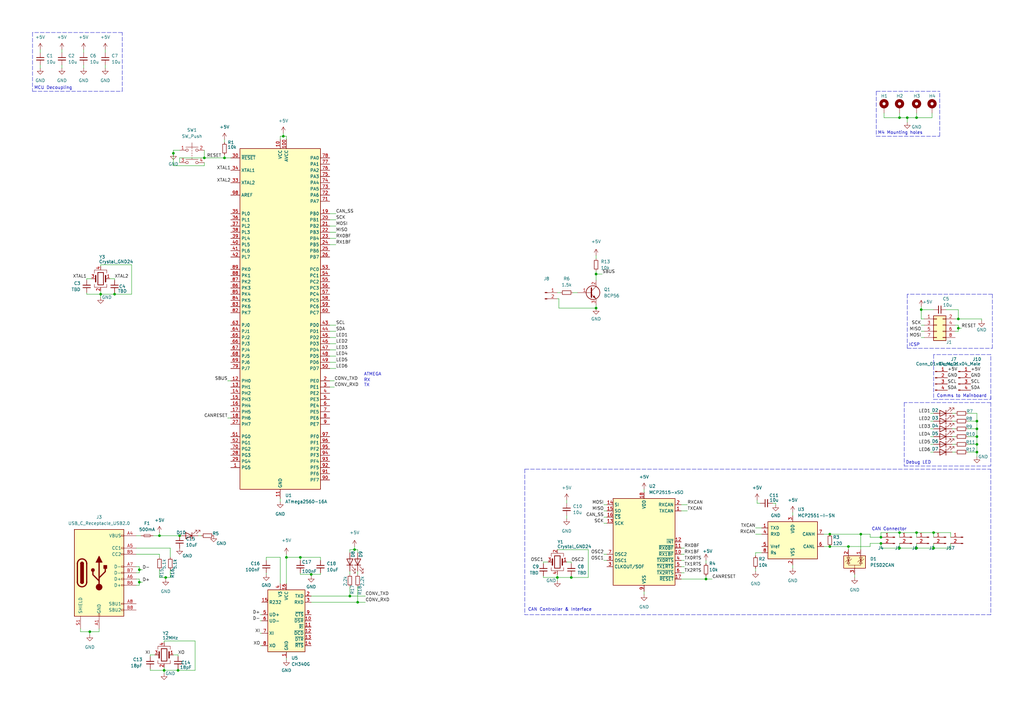
<source format=kicad_sch>
(kicad_sch (version 20211123) (generator eeschema)
  (paper "A3")
  (title_block (title "Oskar III Body") (date "2022-05-18") (rev "rev1") (company "SA Teaduskeskus AHHAA"))
  (junction (at 123.19 228.6))
  (junction (at 117.475 228.6))
  (junction (at 65.405 219.71))
  (junction (at 71.12 62.865))
  (junction (at 92.075 64.77))
  (junction (at 393.065 134.62))
  (junction (at 361.315 220.345))
  (junction (at 83.82 64.77))
  (junction (at 375.92 224.79))
  (junction (at 353.06 219.075))
  (junction (at 368.935 218.44))
  (junction (at 382.905 218.44))
  (junction (at 400.685 175.895))
  (junction (at 400.685 182.245))
  (junction (at 145.415 225.425))
  (junction (at 393.065 130.81))
  (junction (at 340.36 224.155))
  (junction (at 234.315 236.855))
  (junction (at 372.11 48.26))
  (junction (at 361.315 222.885))
  (junction (at 289.56 237.49))
  (junction (at 347.98 224.155))
  (junction (at 368.935 48.26))
  (junction (at 46.99 120.65))
  (junction (at 400.685 185.42))
  (junction (at 340.36 219.075))
  (junction (at 57.15 233.68))
  (junction (at 36.83 259.08))
  (junction (at 382.905 224.79))
  (junction (at 67.31 274.955))
  (junction (at 143.51 244.475))
  (junction (at 73.025 274.955))
  (junction (at 244.475 112.395))
  (junction (at 57.15 238.76))
  (junction (at 244.475 126.365))
  (junction (at 41.275 120.65))
  (junction (at 400.685 179.07))
  (junction (at 67.945 236.855))
  (junction (at 375.92 48.26))
  (junction (at 146.685 247.015))
  (junction (at 116.205 55.88))
  (junction (at 377.825 127))
  (junction (at 73.66 219.71))
  (junction (at 127.635 235.585))
  (junction (at 228.6 236.855))
  (junction (at 368.935 224.79))
  (junction (at 400.685 172.72))
  (junction (at 375.92 218.44))
  (polyline (pts (xy 406.4 163.83) (xy 406.4 145.415)))
  (wire (pts (xy 391.795 133.35) (xy 393.065 133.35)))
  (wire (pts (xy 135.255 87.63) (xy 137.795 87.63)))
  (wire (pts (xy 309.88 216.535) (xy 312.42 216.535)))
  (wire (pts (xy 375.92 224.79) (xy 375.92 222.885)))
  (wire (pts (xy 368.935 224.79) (xy 368.935 222.885)))
  (wire (pts (xy 309.88 219.075) (xy 312.42 219.075)))
  (wire (pts (xy 247.65 209.55) (xy 248.92 209.55)))
  (wire (pts (xy 16.51 26.67) (xy 16.51 27.94)))
  (wire (pts (xy 33.02 257.81) (xy 33.02 259.08)))
  (wire (pts (xy 55.88 219.71) (xy 57.785 219.71)))
  (wire (pts (xy 241.3 225.425) (xy 241.3 236.855)))
  (wire (pts (xy 393.065 127) (xy 393.065 130.81)))
  (wire (pts (xy 57.15 233.68) (xy 57.15 234.95)))
  (wire (pts (xy 109.22 234.95) (xy 109.22 235.585)))
  (wire (pts (xy 35.56 120.65) (xy 41.275 120.65)))
  (polyline (pts (xy 406.4 192.405) (xy 406.4 252.095)))
  (wire (pts (xy 57.15 238.76) (xy 57.15 240.03)))
  (wire (pts (xy 71.12 67.945) (xy 71.12 62.865)))
  (wire (pts (xy 289.56 237.49) (xy 292.1 237.49)))
  (wire (pts (xy 390.525 185.42) (xy 391.795 185.42)))
  (wire (pts (xy 80.01 262.89) (xy 80.01 274.955)))
  (wire (pts (xy 135.255 135.89) (xy 137.795 135.89)))
  (polyline (pts (xy 50.165 37.465) (xy 50.165 13.335)))
  (wire (pts (xy 234.315 230.505) (xy 234.315 231.14)))
  (wire (pts (xy 55.88 237.49) (xy 57.15 237.49)))
  (polyline (pts (xy 370.84 165.1) (xy 370.84 191.135)))
  (wire (pts (xy 400.685 182.245) (xy 400.685 185.42)))
  (wire (pts (xy 396.875 182.245) (xy 400.685 182.245)))
  (polyline (pts (xy 406.4 165.1) (xy 370.84 165.1)))
  (wire (pts (xy 279.4 209.55) (xy 281.94 209.55)))
  (wire (pts (xy 83.82 61.595) (xy 83.82 64.77)))
  (wire (pts (xy 135.255 100.33) (xy 137.795 100.33)))
  (polyline (pts (xy 370.84 191.135) (xy 406.4 191.135)))
  (wire (pts (xy 135.255 133.35) (xy 137.795 133.35)))
  (wire (pts (xy 55.88 227.33) (xy 65.405 227.33)))
  (wire (pts (xy 117.475 228.6) (xy 117.475 239.395)))
  (wire (pts (xy 135.255 146.05) (xy 137.795 146.05)))
  (wire (pts (xy 71.12 61.595) (xy 73.66 61.595)))
  (wire (pts (xy 222.885 231.14) (xy 222.885 230.505)))
  (wire (pts (xy 135.255 158.75) (xy 137.16 158.75)))
  (wire (pts (xy 361.95 222.885) (xy 361.315 222.885)))
  (wire (pts (xy 67.31 263.525) (xy 67.31 262.89)))
  (polyline (pts (xy 382.905 145.415) (xy 382.905 163.83)))
  (wire (pts (xy 222.885 236.22) (xy 222.885 236.855)))
  (wire (pts (xy 135.255 90.17) (xy 137.795 90.17)))
  (wire (pts (xy 127.635 235.585) (xy 127.635 236.22)))
  (wire (pts (xy 41.275 120.65) (xy 41.275 121.92)))
  (wire (pts (xy 92.075 57.15) (xy 92.075 58.42)))
  (wire (pts (xy 41.275 120.65) (xy 46.99 120.65)))
  (wire (pts (xy 368.935 218.44) (xy 375.92 218.44)))
  (wire (pts (xy 92.075 63.5) (xy 92.075 64.77)))
  (wire (pts (xy 289.56 229.87) (xy 289.56 231.14)))
  (wire (pts (xy 114.935 55.88) (xy 116.205 55.88)))
  (wire (pts (xy 375.92 218.44) (xy 375.92 220.345)))
  (wire (pts (xy 57.15 238.76) (xy 58.42 238.76)))
  (wire (pts (xy 368.935 218.44) (xy 368.935 220.345)))
  (wire (pts (xy 41.275 109.22) (xy 41.275 108.585)))
  (wire (pts (xy 131.445 235.585) (xy 131.445 234.95)))
  (wire (pts (xy 92.075 64.77) (xy 94.615 64.77)))
  (wire (pts (xy 146.685 225.425) (xy 146.685 226.695)))
  (polyline (pts (xy 50.165 13.335) (xy 13.335 13.335)))
  (polyline (pts (xy 406.4 162.56) (xy 406.4 163.83)))
  (wire (pts (xy 264.16 200.66) (xy 264.16 201.93)))
  (wire (pts (xy 244.475 112.395) (xy 247.015 112.395)))
  (wire (pts (xy 67.945 236.855) (xy 67.945 237.49)))
  (wire (pts (xy 400.685 179.07) (xy 400.685 182.245)))
  (polyline (pts (xy 215.265 192.405) (xy 406.4 192.405)))
  (wire (pts (xy 53.975 108.585) (xy 53.975 120.65)))
  (wire (pts (xy 347.98 224.155) (xy 347.98 225.425)))
  (wire (pts (xy 379.095 130.81) (xy 377.825 130.81)))
  (wire (pts (xy 34.29 26.67) (xy 34.29 27.94)))
  (wire (pts (xy 382.905 224.79) (xy 389.89 224.79)))
  (polyline (pts (xy 406.4 165.1) (xy 406.4 191.135)))
  (wire (pts (xy 356.87 224.155) (xy 356.87 222.885)))
  (wire (pts (xy 41.275 119.38) (xy 41.275 120.65)))
  (wire (pts (xy 244.475 104.775) (xy 244.475 106.045)))
  (wire (pts (xy 73.025 269.24) (xy 73.025 268.605)))
  (wire (pts (xy 393.065 130.81) (xy 402.59 130.81)))
  (wire (pts (xy 123.19 234.95) (xy 123.19 235.585)))
  (wire (pts (xy 135.255 97.79) (xy 137.795 97.79)))
  (wire (pts (xy 402.59 130.81) (xy 402.59 131.445)))
  (wire (pts (xy 63.5 268.605) (xy 61.595 268.605)))
  (polyline (pts (xy 359.41 37.465) (xy 359.41 55.88)))
  (wire (pts (xy 400.685 175.895) (xy 400.685 179.07)))
  (wire (pts (xy 65.405 218.44) (xy 65.405 219.71)))
  (wire (pts (xy 228.6 120.015) (xy 229.87 120.015)))
  (wire (pts (xy 279.4 207.01) (xy 281.94 207.01)))
  (wire (pts (xy 381.635 172.72) (xy 382.905 172.72)))
  (polyline (pts (xy 407.035 120.65) (xy 372.11 120.65)))
  (wire (pts (xy 222.885 236.855) (xy 228.6 236.855)))
  (wire (pts (xy 393.065 133.35) (xy 393.065 134.62)))
  (wire (pts (xy 316.865 206.375) (xy 318.135 206.375)))
  (wire (pts (xy 83.82 66.675) (xy 83.82 67.945)))
  (wire (pts (xy 337.82 224.155) (xy 340.36 224.155)))
  (wire (pts (xy 81.28 219.71) (xy 82.55 219.71)))
  (wire (pts (xy 325.12 210.185) (xy 325.12 211.455)))
  (polyline (pts (xy 13.335 37.465) (xy 50.165 37.465)))
  (wire (pts (xy 65.405 227.33) (xy 65.405 228.6)))
  (wire (pts (xy 229.235 122.555) (xy 229.235 126.365)))
  (polyline (pts (xy 13.335 13.335) (xy 13.335 37.465)))
  (polyline (pts (xy 406.4 145.415) (xy 382.905 145.415)))
  (wire (pts (xy 353.06 219.075) (xy 356.87 219.075)))
  (wire (pts (xy 279.4 232.41) (xy 280.67 232.41)))
  (wire (pts (xy 53.975 120.65) (xy 46.99 120.65)))
  (wire (pts (xy 73.66 64.77) (xy 83.82 64.77)))
  (wire (pts (xy 393.065 134.62) (xy 393.065 135.89)))
  (wire (pts (xy 234.95 120.015) (xy 236.855 120.015)))
  (wire (pts (xy 146.685 247.015) (xy 149.86 247.015)))
  (wire (pts (xy 228.6 236.855) (xy 228.6 238.125)))
  (wire (pts (xy 228.6 225.425) (xy 241.3 225.425)))
  (wire (pts (xy 93.345 171.45) (xy 94.615 171.45)))
  (wire (pts (xy 35.56 120.015) (xy 35.56 120.65)))
  (wire (pts (xy 400.685 169.545) (xy 400.685 172.72)))
  (wire (pts (xy 289.56 236.22) (xy 289.56 237.49)))
  (wire (pts (xy 222.885 230.505) (xy 224.79 230.505)))
  (wire (pts (xy 382.27 46.355) (xy 382.27 48.26)))
  (wire (pts (xy 241.3 236.855) (xy 234.315 236.855)))
  (polyline (pts (xy 359.41 37.465) (xy 385.445 37.465)))
  (wire (pts (xy 350.52 235.585) (xy 350.52 236.855)))
  (wire (pts (xy 244.475 125.095) (xy 244.475 126.365)))
  (wire (pts (xy 33.02 259.08) (xy 36.83 259.08)))
  (wire (pts (xy 232.41 230.505) (xy 234.315 230.505)))
  (wire (pts (xy 279.4 237.49) (xy 289.56 237.49)))
  (wire (pts (xy 393.065 135.89) (xy 391.795 135.89)))
  (wire (pts (xy 361.315 220.345) (xy 361.315 218.44)))
  (wire (pts (xy 390.525 175.895) (xy 391.795 175.895)))
  (wire (pts (xy 381.635 185.42) (xy 382.905 185.42)))
  (wire (pts (xy 390.525 169.545) (xy 391.795 169.545)))
  (wire (pts (xy 391.795 130.81) (xy 393.065 130.81)))
  (wire (pts (xy 73.66 66.675) (xy 73.66 64.77)))
  (wire (pts (xy 362.585 48.26) (xy 368.935 48.26)))
  (wire (pts (xy 368.935 224.79) (xy 375.92 224.79)))
  (wire (pts (xy 114.935 204.47) (xy 114.935 205.74)))
  (wire (pts (xy 381.635 179.07) (xy 382.905 179.07)))
  (wire (pts (xy 67.945 236.855) (xy 69.85 236.855)))
  (wire (pts (xy 73.025 274.955) (xy 73.025 274.32)))
  (wire (pts (xy 146.685 234.315) (xy 146.685 235.585)))
  (polyline (pts (xy 407.035 120.65) (xy 407.035 142.875)))
  (wire (pts (xy 116.205 55.88) (xy 117.475 55.88)))
  (wire (pts (xy 340.36 219.075) (xy 353.06 219.075)))
  (wire (pts (xy 83.82 64.77) (xy 92.075 64.77)))
  (wire (pts (xy 117.475 227.33) (xy 117.475 228.6)))
  (wire (pts (xy 65.405 236.855) (xy 67.945 236.855)))
  (wire (pts (xy 310.515 205.105) (xy 310.515 206.375)))
  (wire (pts (xy 67.31 262.89) (xy 80.01 262.89)))
  (wire (pts (xy 117.475 228.6) (xy 123.19 228.6)))
  (wire (pts (xy 390.525 179.07) (xy 391.795 179.07)))
  (wire (pts (xy 396.875 169.545) (xy 400.685 169.545)))
  (wire (pts (xy 55.88 232.41) (xy 57.15 232.41)))
  (wire (pts (xy 279.4 227.33) (xy 280.67 227.33)))
  (wire (pts (xy 117.475 269.875) (xy 117.475 270.51)))
  (wire (pts (xy 389.89 224.79) (xy 389.89 222.885)))
  (wire (pts (xy 247.65 212.09) (xy 248.92 212.09)))
  (wire (pts (xy 361.315 224.79) (xy 368.935 224.79)))
  (wire (pts (xy 318.135 206.375) (xy 318.135 207.01)))
  (wire (pts (xy 387.985 127) (xy 393.065 127)))
  (wire (pts (xy 396.875 175.895) (xy 400.685 175.895)))
  (wire (pts (xy 62.865 219.71) (xy 65.405 219.71)))
  (wire (pts (xy 117.475 55.88) (xy 117.475 57.15)))
  (wire (pts (xy 114.935 57.15) (xy 114.935 55.88)))
  (wire (pts (xy 279.4 234.95) (xy 280.67 234.95)))
  (wire (pts (xy 123.19 228.6) (xy 123.19 229.87)))
  (wire (pts (xy 67.31 273.685) (xy 67.31 274.955)))
  (wire (pts (xy 143.51 244.475) (xy 149.86 244.475)))
  (wire (pts (xy 375.92 48.26) (xy 382.27 48.26)))
  (wire (pts (xy 80.01 274.955) (xy 73.025 274.955)))
  (wire (pts (xy 143.51 240.665) (xy 143.51 244.475)))
  (wire (pts (xy 46.99 120.65) (xy 46.99 120.015)))
  (wire (pts (xy 34.29 20.32) (xy 34.29 21.59)))
  (wire (pts (xy 106.68 259.715) (xy 107.315 259.715)))
  (wire (pts (xy 309.88 226.695) (xy 309.88 227.965)))
  (wire (pts (xy 309.88 233.045) (xy 309.88 234.315)))
  (wire (pts (xy 375.92 224.79) (xy 382.905 224.79)))
  (wire (pts (xy 400.685 185.42) (xy 400.685 187.325)))
  (wire (pts (xy 143.51 225.425) (xy 145.415 225.425)))
  (wire (pts (xy 279.4 224.79) (xy 280.67 224.79)))
  (wire (pts (xy 127.635 247.015) (xy 146.685 247.015)))
  (wire (pts (xy 55.88 224.79) (xy 69.85 224.79)))
  (wire (pts (xy 69.85 224.79) (xy 69.85 228.6)))
  (wire (pts (xy 228.6 236.855) (xy 234.315 236.855)))
  (wire (pts (xy 37.465 114.3) (xy 35.56 114.3)))
  (wire (pts (xy 390.525 182.245) (xy 391.795 182.245)))
  (polyline (pts (xy 385.445 55.88) (xy 385.445 37.465)))
  (wire (pts (xy 40.64 259.08) (xy 40.64 257.81)))
  (wire (pts (xy 135.255 92.71) (xy 137.795 92.71)))
  (polyline (pts (xy 382.905 163.83) (xy 406.4 163.83)))
  (wire (pts (xy 127.635 235.585) (xy 131.445 235.585)))
  (wire (pts (xy 356.87 220.345) (xy 361.315 220.345)))
  (wire (pts (xy 61.595 268.605) (xy 61.595 269.24)))
  (wire (pts (xy 36.83 259.08) (xy 40.64 259.08)))
  (wire (pts (xy 368.935 46.355) (xy 368.935 48.26)))
  (wire (pts (xy 57.15 234.95) (xy 55.88 234.95)))
  (wire (pts (xy 393.065 134.62) (xy 394.335 134.62)))
  (wire (pts (xy 247.65 207.01) (xy 248.92 207.01)))
  (wire (pts (xy 389.89 218.44) (xy 389.89 220.345)))
  (wire (pts (xy 247.65 227.33) (xy 248.92 227.33)))
  (wire (pts (xy 337.82 219.075) (xy 340.36 219.075)))
  (wire (pts (xy 109.22 228.6) (xy 109.22 229.87)))
  (wire (pts (xy 347.98 224.155) (xy 356.87 224.155)))
  (polyline (pts (xy 406.4 252.095) (xy 215.265 252.095)))
  (wire (pts (xy 135.255 148.59) (xy 137.795 148.59)))
  (wire (pts (xy 340.36 224.155) (xy 347.98 224.155)))
  (wire (pts (xy 67.31 274.955) (xy 67.31 276.225)))
  (wire (pts (xy 57.15 233.68) (xy 58.42 233.68)))
  (wire (pts (xy 135.255 138.43) (xy 137.795 138.43)))
  (wire (pts (xy 377.825 125.73) (xy 377.825 127)))
  (wire (pts (xy 361.95 220.345) (xy 361.315 220.345)))
  (wire (pts (xy 123.19 228.6) (xy 131.445 228.6)))
  (wire (pts (xy 228.6 235.585) (xy 228.6 236.855)))
  (wire (pts (xy 143.51 234.315) (xy 143.51 235.585)))
  (wire (pts (xy 377.825 138.43) (xy 379.095 138.43)))
  (wire (pts (xy 106.68 254.635) (xy 107.315 254.635)))
  (wire (pts (xy 57.15 232.41) (xy 57.15 233.68)))
  (wire (pts (xy 41.275 108.585) (xy 53.975 108.585)))
  (polyline (pts (xy 372.11 142.875) (xy 407.035 142.875)))
  (wire (pts (xy 279.4 229.87) (xy 280.67 229.87)))
  (wire (pts (xy 145.415 225.425) (xy 146.685 225.425)))
  (wire (pts (xy 114.935 228.6) (xy 109.22 228.6)))
  (wire (pts (xy 106.68 252.095) (xy 107.315 252.095)))
  (polyline (pts (xy 372.11 120.65) (xy 372.11 142.875)))
  (wire (pts (xy 377.825 127) (xy 377.825 130.81)))
  (wire (pts (xy 61.595 274.955) (xy 67.31 274.955)))
  (wire (pts (xy 377.825 133.35) (xy 379.095 133.35)))
  (wire (pts (xy 36.83 259.08) (xy 36.83 260.35)))
  (wire (pts (xy 310.515 206.375) (xy 311.785 206.375)))
  (wire (pts (xy 114.935 228.6) (xy 114.935 239.395)))
  (wire (pts (xy 71.12 61.595) (xy 71.12 62.865)))
  (wire (pts (xy 368.935 48.26) (xy 372.11 48.26)))
  (wire (pts (xy 325.12 231.775) (xy 325.12 233.045)))
  (wire (pts (xy 25.4 26.67) (xy 25.4 27.94)))
  (wire (pts (xy 382.905 218.44) (xy 382.905 220.345)))
  (wire (pts (xy 106.68 264.795) (xy 107.315 264.795)))
  (wire (pts (xy 382.905 127) (xy 377.825 127)))
  (wire (pts (xy 46.99 114.935) (xy 46.99 114.3)))
  (wire (pts (xy 362.585 46.355) (xy 362.585 48.26)))
  (wire (pts (xy 135.255 140.97) (xy 137.795 140.97)))
  (wire (pts (xy 400.685 172.72) (xy 400.685 175.895)))
  (wire (pts (xy 61.595 274.32) (xy 61.595 274.955)))
  (wire (pts (xy 43.18 26.67) (xy 43.18 27.94)))
  (wire (pts (xy 131.445 228.6) (xy 131.445 229.87)))
  (wire (pts (xy 232.41 211.455) (xy 232.41 212.725)))
  (wire (pts (xy 372.11 48.26) (xy 372.11 50.165)))
  (wire (pts (xy 69.85 236.855) (xy 69.85 233.68)))
  (wire (pts (xy 83.82 67.945) (xy 71.12 67.945)))
  (wire (pts (xy 381.635 175.895) (xy 382.905 175.895)))
  (wire (pts (xy 247.65 214.63) (xy 248.92 214.63)))
  (wire (pts (xy 57.15 240.03) (xy 55.88 240.03)))
  (wire (pts (xy 356.87 222.885) (xy 361.315 222.885)))
  (wire (pts (xy 65.405 233.68) (xy 65.405 236.855)))
  (polyline (pts (xy 215.265 192.405) (xy 215.265 252.095)))
  (polyline (pts (xy 359.41 55.88) (xy 385.445 55.88)))
  (wire (pts (xy 396.875 185.42) (xy 400.685 185.42)))
  (wire (pts (xy 67.31 274.955) (xy 73.025 274.955)))
  (wire (pts (xy 381.635 182.245) (xy 382.905 182.245)))
  (wire (pts (xy 43.18 20.32) (xy 43.18 21.59)))
  (wire (pts (xy 145.415 224.155) (xy 145.415 225.425)))
  (wire (pts (xy 229.235 126.365) (xy 244.475 126.365)))
  (wire (pts (xy 135.255 143.51) (xy 137.795 143.51)))
  (wire (pts (xy 361.315 222.885) (xy 361.315 224.79)))
  (wire (pts (xy 361.315 218.44) (xy 368.935 218.44)))
  (wire (pts (xy 65.405 219.71) (xy 73.66 219.71)))
  (wire (pts (xy 396.875 172.72) (xy 400.685 172.72)))
  (wire (pts (xy 353.06 219.075) (xy 353.06 225.425)))
  (wire (pts (xy 312.42 226.695) (xy 309.88 226.695)))
  (wire (pts (xy 116.205 54.61) (xy 116.205 55.88)))
  (wire (pts (xy 71.12 268.605) (xy 73.025 268.605)))
  (wire (pts (xy 228.6 122.555) (xy 229.235 122.555)))
  (wire (pts (xy 35.56 114.3) (xy 35.56 114.935)))
  (wire (pts (xy 382.905 218.44) (xy 389.89 218.44)))
  (wire (pts (xy 135.255 151.13) (xy 137.795 151.13)))
  (wire (pts (xy 25.4 20.32) (xy 25.4 21.59)))
  (wire (pts (xy 377.825 135.89) (xy 379.095 135.89)))
  (wire (pts (xy 244.475 112.395) (xy 244.475 114.935)))
  (wire (pts (xy 16.51 20.32) (xy 16.51 21.59)))
  (wire (pts (xy 57.15 237.49) (xy 57.15 238.76)))
  (wire (pts (xy 127.635 244.475) (xy 143.51 244.475)))
  (wire (pts (xy 390.525 172.72) (xy 391.795 172.72)))
  (wire (pts (xy 135.255 95.25) (xy 137.795 95.25)))
  (wire (pts (xy 123.19 235.585) (xy 127.635 235.585)))
  (wire (pts (xy 143.51 226.695) (xy 143.51 225.425)))
  (wire (pts (xy 375.92 218.44) (xy 382.905 218.44)))
  (wire (pts (xy 232.41 205.105) (xy 232.41 206.375)))
  (wire (pts (xy 244.475 111.125) (xy 244.475 112.395)))
  (wire (pts (xy 93.345 156.21) (xy 94.615 156.21)))
  (wire (pts (xy 234.315 236.855) (xy 234.315 236.22)))
  (wire (pts (xy 264.16 242.57) (xy 264.16 243.84)))
  (wire (pts (xy 45.085 114.3) (xy 46.99 114.3)))
  (wire (pts (xy 135.255 156.21) (xy 137.16 156.21)))
  (wire (pts (xy 396.875 179.07) (xy 400.685 179.07)))
  (wire (pts (xy 381.635 169.545) (xy 382.905 169.545)))
  (wire (pts (xy 146.685 240.665) (xy 146.685 247.015)))
  (wire (pts (xy 382.905 224.79) (xy 382.905 222.885)))
  (wire (pts (xy 372.11 48.26) (xy 375.92 48.26)))
  (wire (pts (xy 356.87 219.075) (xy 356.87 220.345)))
  (wire (pts (xy 375.92 46.355) (xy 375.92 48.26)))
  (wire (pts (xy 247.65 229.87) (xy 248.92 229.87)))
  (text "ICSP" (at 372.745 142.24 0) (effects (font (size 1.27 1.27)) (justify left bottom)))
  (text "CAN Controller & Interface" (at 216.535 250.825 0) (effects (font (size 1.27 1.27)) (justify left bottom)))
  (text "ATMEGA" (at 149.225 154.305 0) (effects (font (size 1.27 1.27)) (justify left bottom)))
  (text "RX\nTX" (at 149.225 158.75 0) (effects (font (size 1.27 1.27)) (justify left bottom)))
  (text "MCU Decoupling" (at 13.97 36.83 0) (effects (font (size 1.27 1.27)) (justify left bottom)))
  (text "Comms to Mainboard" (at 384.175 163.195 0) (effects (font (size 1.27 1.27)) (justify left bottom)))
  (text "Debug LED" (at 371.475 190.5 0) (effects (font (size 1.27 1.27)) (justify left bottom)))
  (text "M4 Mounting holes" (at 360.045 55.245 0) (effects (font (size 1.27 1.27)) (justify left bottom)))
  (text "CAN Connector" (at 357.505 217.805 0) (effects (font (size 1.27 1.27)) (justify left bottom)))
  (label "OSC2" (at 247.65 227.33 180))
  (label "D-" (at 106.68 254.635 180))
  (label "LED6" (at 381.635 185.42 180))
  (label "GND" (at 398.145 154.94 0))
  (label "D+" (at 58.42 238.76 0))
  (label "XTAL2" (at 94.615 74.93 180))
  (label "SCK" (at 377.825 133.35 180))
  (label "LED3" (at 137.795 143.51 0))
  (label "CONV_TXD" (at 149.86 244.475 0))
  (label "SBUS" (at 247.015 112.395 0))
  (label "XI" (at 106.68 259.715 180))
  (label "TXCAN" (at 281.94 209.55 0))
  (label "XTAL2" (at 46.99 114.3 0))
  (label "RESET" (at 90.805 64.77 180))
  (label "SBUS" (at 93.345 156.21 180))
  (label "TX2RTS" (at 280.67 234.95 0))
  (label "LED1" (at 137.795 138.43 0))
  (label "CAN_SS" (at 137.795 87.63 0))
  (label "XI" (at 61.595 268.605 180))
  (label "XO" (at 73.025 268.605 0))
  (label "XTAL1" (at 94.615 69.85 180))
  (label "RXCAN" (at 281.94 207.01 0))
  (label "+5V" (at 388.62 152.4 0))
  (label "CONV_TXD" (at 137.16 156.21 0))
  (label "MISO" (at 247.65 209.55 180))
  (label "TX0RTS" (at 280.67 229.87 0))
  (label "LED4" (at 137.795 146.05 0))
  (label "LED1" (at 381.635 169.545 180))
  (label "SCK" (at 247.65 214.63 180))
  (label "TX1RTS" (at 280.67 232.41 0))
  (label "MISO" (at 377.825 135.89 180))
  (label "D+" (at 106.68 252.095 180))
  (label "RX1BF" (at 280.67 227.33 0))
  (label "MOSI" (at 377.825 138.43 180))
  (label "SCL" (at 388.62 157.48 0))
  (label "CAN_SS" (at 247.65 212.09 180))
  (label "LED4" (at 381.635 179.07 180))
  (label "SCL" (at 398.145 157.48 0))
  (label "XO" (at 106.68 264.795 180))
  (label "RX0BF" (at 137.795 97.79 0))
  (label "SCL" (at 137.795 133.35 0))
  (label "D-" (at 58.42 233.68 0))
  (label "OSC2" (at 234.315 230.505 0))
  (label "SDA" (at 137.795 135.89 0))
  (label "RXCAN" (at 309.88 219.075 180))
  (label "LED5" (at 137.795 148.59 0))
  (label "LED3" (at 381.635 175.895 180))
  (label "RX0BF" (at 280.67 224.79 0))
  (label "CANRESET" (at 93.345 171.45 180))
  (label "LED5" (at 381.635 182.245 180))
  (label "TXCAN" (at 309.88 216.535 180))
  (label "GND" (at 388.62 154.94 0))
  (label "MOSI" (at 137.795 92.71 0))
  (label "OSC1" (at 222.885 230.505 180))
  (label "LED2" (at 381.635 172.72 180))
  (label "LED2" (at 137.795 140.97 0))
  (label "SDA" (at 398.145 160.02 0))
  (label "RESET" (at 394.335 134.62 0))
  (label "MISO" (at 137.795 95.25 0))
  (label "MOSI" (at 247.65 207.01 180))
  (label "OSC1" (at 247.65 229.87 180))
  (label "SDA" (at 388.62 160.02 0))
  (label "XTAL1" (at 35.56 114.3 180))
  (label "LED6" (at 137.795 151.13 0))
  (label "SCK" (at 137.795 90.17 0))
  (label "CONV_RXD" (at 149.86 247.015 0))
  (label "CANRESET" (at 292.1 237.49 0))
  (label "RX1BF" (at 137.795 100.33 0))
  (label "+5V" (at 398.145 152.4 0))
  (label "CONV_RXD" (at 137.16 158.75 0))
  (symbol (lib_id "power:GND") (at 25.4 27.94 0) (unit 1)
    (property "Reference" "#PWR0107" (effects hide))
    (property "Value" "GND" (at 25.4 33.02 0))
  )
  (symbol (lib_id "power:GND") (at 127.635 236.22 0) (unit 1)
    (property "Reference" "#PWR0135" (effects hide))
    (property "Value" "GND" (at 127.635 240.665 0))
  )
  (symbol (lib_id "power:GND") (at 87.63 219.71 0) (unit 1)
    (property "Reference" "#PWR0113" (effects hide))
    (property "Value" "GND" (at 90.805 222.885 0))
  )
  (symbol (lib_id "power:GND") (at 16.51 27.94 0) (unit 1)
    (property "Reference" "#PWR0106" (effects hide))
    (property "Value" "GND" (at 16.51 33.02 0))
  )
  (symbol (lib_id "power:GND") (at 117.475 270.51 0) (unit 1)
    (property "Reference" "#PWR0133" (effects hide))
    (property "Value" "GND" (at 117.475 274.955 0))
  )
  (symbol (lib_id "power:+5V") (at 117.475 227.33 0) (unit 1)
    (property "Reference" "#PWR0130" (effects hide))
    (property "Value" "+5V" (at 117.475 221.615 0))
  )
  (symbol (lib_id "Device:R_Small") (at 143.51 238.125 180) (unit 1)
    (property "Reference" "R17" (at 144.526 239.903 90) (effects (justify left)))
    (property "Value" "2.2k" (at 141.605 236.22 90) (effects (justify left)))
    (property "Footprint" "Resistor_SMD:R_0603_1608Metric" (effects hide))
  )
  (symbol (lib_id "power:GND") (at 318.135 207.01 0) (unit 1)
    (property "Reference" "#PWR0123" (effects hide))
    (property "Value" "GND" (at 318.135 211.455 0))
  )
  (symbol (lib_id "power:GND") (at 67.945 237.49 0) (unit 1)
    (property "Reference" "#PWR0127" (effects hide))
    (property "Value" "GND" (at 67.945 242.57 0))
  )
  (symbol (lib_id "power:GND") (at 372.11 50.165 0) (unit 1)
    (property "Reference" "#PWR0150" (effects hide))
    (property "Value" "GND" (at 375.92 52.07 0))
  )
  (symbol (lib_id "Device:LED") (at 146.685 230.505 90) (unit 1)
    (property "Reference" "D9" (at 147.955 227.33 0))
    (property "Value" "LED" (effects hide))
    (property "Footprint" "LED_SMD:LED_0603_1608Metric" (effects hide))
  )
  (symbol (lib_id "power:+5V") (at 264.16 200.66 0) (unit 1)
    (property "Reference" "#PWR0118" (effects hide))
    (property "Value" "+5V" (at 264.16 195.58 0))
  )
  (symbol (lib_id "Device:C_Small") (at 385.445 127 270) (unit 1)
    (property "Reference" "C5" (at 387.985 122.555 90))
    (property "Value" "10u" (at 388.62 125.095 90))
    (property "Footprint" "Capacitor_SMD:C_0603_1608Metric" (effects hide))
  )
  (symbol (lib_id "Device:LED") (at 386.715 175.895 180) (unit 1)
    (property "Reference" "D4" (at 383.54 174.625 0))
    (property "Value" "LED" (effects hide))
    (property "Footprint" "LED_SMD:LED_0603_1608Metric" (effects hide))
  )
  (symbol (lib_id "Connector:Conn_01x04_Male") (at 383.54 154.94 0) (unit 1)
    (property "Reference" "J7" (at 391.16 147.32 0))
    (property "Value" "Conn_01x04_Male" (at 384.175 149.225 0))
    (property "Footprint" "Connector_Molex:Molex_KK-254_AE-6410-04A_1x04_P2.54mm_Vertical" (effects hide))
  )
  (symbol (lib_id "power:GND") (at 228.6 238.125 0) (unit 1)
    (property "Reference" "#PWR0137" (effects hide))
    (property "Value" "GND" (at 226.06 238.125 0))
  )
  (symbol (lib_id "Device:R_Small") (at 69.85 231.14 180) (unit 1)
    (property "Reference" "R16" (at 70.739 233.172 90) (effects (justify left)))
    (property "Value" "5.1k" (at 71.755 229.235 90) (effects (justify left)))
    (property "Footprint" "Resistor_SMD:R_0603_1608Metric" (effects hide))
  )
  (symbol (lib_id "power:GND") (at 73.66 224.79 0) (unit 1)
    (property "Reference" "#PWR0129" (effects hide))
    (property "Value" "GND" (at 76.835 227.965 0))
  )
  (symbol (lib_id "Device:C_Small") (at 222.885 233.68 0) (unit 1)
    (property "Reference" "C9" (at 219.71 232.41 0))
    (property "Value" "TBD" (at 219.075 234.95 0))
    (property "Footprint" "Capacitor_SMD:C_0603_1608Metric" (effects hide))
  )
  (symbol (lib_id "Connector:Conn_01x02_Male") (at 374.015 220.345 0) (mirror y) (unit 1)
    (property "Reference" "J5" (at 367.03 224.79 0) (effects (justify right)))
    (property "Value" "Conn_01x02_Male" (effects hide))
    (property "Footprint" "Connector_Molex:Molex_KK-254_AE-6410-02A_1x02_P2.54mm_Vertical" (effects hide))
  )
  (symbol (lib_id "power:+5V") (at 145.415 224.155 0) (unit 1)
    (property "Reference" "#PWR0131" (effects hide))
    (property "Value" "+5V" (at 145.415 218.44 0))
  )
  (symbol (lib_id "Interface_USB:CH340G") (at 117.475 254.635 0) (unit 1)
    (property "Reference" "U5" (at 119.4944 269.875 0) (effects (justify left)))
    (property "Value" "CH340G" (at 119.4944 272.415 0) (effects (justify left)))
    (property "Footprint" "Package_SO:SOIC-16_3.9x9.9mm_P1.27mm" (effects hide))
    (property "Datasheet" "http://www.datasheet5.com/pdf-local-2195953" (effects hide))
  )
  (symbol (lib_id "power:GND") (at 36.83 260.35 0) (unit 1)
    (property "Reference" "#PWR0138" (effects hide))
    (property "Value" "GND" (at 36.83 265.43 0))
  )
  (symbol (lib_id "power:+5V") (at 289.56 229.87 0) (unit 1)
    (property "Reference" "#PWR0126" (effects hide))
    (property "Value" "+5V" (at 290.195 226.06 0))
  )
  (symbol (lib_id "Device:C_Small") (at 109.22 232.41 0) (mirror x) (unit 1)
    (property "Reference" "C16" (at 106.68 231.1335 0) (effects (justify right)))
    (property "Value" "100nF" (at 106.68 233.6735 0) (effects (justify right)))
    (property "Footprint" "Capacitor_SMD:C_0603_1608Metric" (effects hide))
  )
  (symbol (lib_id "Device:LED") (at 386.715 185.42 180) (unit 1)
    (property "Reference" "D7" (at 383.54 184.15 0))
    (property "Value" "LED" (effects hide))
    (property "Footprint" "LED_SMD:LED_0603_1608Metric" (effects hide))
  )
  (symbol (lib_id "power:+5V") (at 16.51 20.32 0) (unit 1)
    (property "Reference" "#PWR0109" (effects hide))
    (property "Value" "+5V" (at 16.51 15.24 0))
  )
  (symbol (lib_id "Connector:Conn_01x02_Male") (at 381 220.345 0) (mirror y) (unit 1)
    (property "Reference" "J6" (at 374.015 224.79 0) (effects (justify right)))
    (property "Value" "Conn_01x02_Male" (effects hide))
    (property "Footprint" "Connector_Molex:Molex_KK-254_AE-6410-02A_1x02_P2.54mm_Vertical" (effects hide))
  )
  (symbol (lib_id "Device:R_Small") (at 394.335 185.42 270) (unit 1)
    (property "Reference" "R12" (at 396.113 184.404 90) (effects (justify left)))
    (property "Value" "tbd" (effects hide))
    (property "Footprint" "Resistor_SMD:R_0603_1608Metric" (effects hide))
  )
  (symbol (lib_id "Device:C_Small") (at 131.445 232.41 0) (unit 1)
    (property "Reference" "C18" (at 133.985 231.1462 0) (effects (justify left)))
    (property "Value" "10uF" (at 133.985 233.6862 0) (effects (justify left)))
    (property "Footprint" "Capacitor_SMD:C_0603_1608Metric" (effects hide))
  )
  (symbol (lib_id "Device:R_Small") (at 340.36 221.615 0) (unit 1)
    (property "Reference" "R3" (at 341.63 220.345 0) (effects (justify left)))
    (property "Value" "120" (at 341.63 222.885 0) (effects (justify left)))
    (property "Footprint" "Resistor_SMD:R_0603_1608Metric" (effects hide))
  )
  (symbol (lib_id "Device:C_Small") (at 35.56 117.475 0) (mirror x) (unit 1)
    (property "Reference" "C3" (at 33.02 116.1985 0) (effects (justify right)))
    (property "Value" "TBD" (at 33.02 118.7385 0) (effects (justify right)))
    (property "Footprint" "Capacitor_SMD:C_0603_1608Metric" (effects hide))
  )
  (symbol (lib_id "Device:C_Small") (at 73.66 222.25 0) (unit 1)
    (property "Reference" "C15" (at 76.2 220.9862 0) (effects (justify left)))
    (property "Value" "10uF" (at 76.2 223.5262 0) (effects (justify left)))
    (property "Footprint" "Capacitor_SMD:C_0603_1608Metric" (effects hide))
  )
  (symbol (lib_id "Mechanical:MountingHole_Pad") (at 382.27 43.815 0) (unit 1)
    (property "Reference" "H4" (at 381 39.37 0) (effects (justify left)))
    (property "Value" "MountingHole_Pad" (effects hide))
    (property "Footprint" "MountingHole:MountingHole_4.3mm_M4_DIN965_Pad_TopBottom" (effects hide))
  )
  (symbol (lib_id "Interface_CAN_LIN:MCP2515-xSO") (at 264.16 222.25 0) (unit 1)
    (property "Reference" "U2" (at 266.1794 199.39 0) (effects (justify left)))
    (property "Value" "MCP2515-xSO" (at 266.1794 201.93 0) (effects (justify left)))
    (property "Footprint" "Package_SO:SOIC-18W_7.5x11.6mm_P1.27mm" (effects hide))
    (property "Datasheet" "http://ww1.microchip.com/downloads/en/DeviceDoc/21801e.pdf" (effects hide))
  )
  (symbol (lib_id "power:GND") (at 114.935 205.74 0) (unit 1)
    (property "Reference" "#PWR0102" (effects hide))
    (property "Value" "GND" (at 114.935 210.82 0))
  )
  (symbol (lib_id "power:GND") (at 34.29 27.94 0) (unit 1)
    (property "Reference" "#PWR0116" (effects hide))
    (property "Value" "GND" (at 34.29 33.02 0))
  )
  (symbol (lib_id "Connector_Generic:Conn_02x04_Odd_Even") (at 384.175 133.35 0) (unit 1)
    (property "Reference" "J1" (at 389.255 140.335 0))
    (property "Value" "PROG" (effects hide))
    (property "Footprint" "Connector_PinHeader_2.54mm:PinHeader_2x04_P2.54mm_Vertical" (effects hide))
  )
  (symbol (lib_id "Device:C_Small") (at 61.595 271.78 0) (mirror x) (unit 1)
    (property "Reference" "C13" (at 58.42 270.5035 0) (effects (justify right)))
    (property "Value" "18pF" (at 58.42 273.0435 0) (effects (justify right)))
    (property "Footprint" "Capacitor_SMD:C_0603_1608Metric" (effects hide))
  )
  (symbol (lib_id "power:+5V") (at 116.205 54.61 0) (unit 1)
    (property "Reference" "#PWR0101" (effects hide))
    (property "Value" "+5V" (at 116.205 49.53 0))
  )
  (symbol (lib_id "power:GND") (at 325.12 233.045 0) (unit 1)
    (property "Reference" "#PWR0121" (effects hide))
    (property "Value" "GND" (at 325.12 238.125 0))
  )
  (symbol (lib_id "Device:R_Small") (at 309.88 230.505 0) (unit 1)
    (property "Reference" "R2" (at 311.15 229.235 0) (effects (justify left)))
    (property "Value" "10k" (at 311.15 231.775 0) (effects (justify left)))
    (property "Footprint" "Resistor_SMD:R_0603_1608Metric" (effects hide))
  )
  (symbol (lib_id "power:GND") (at 43.18 27.94 0) (unit 1)
    (property "Reference" "#PWR0117" (effects hide))
    (property "Value" "GND" (at 43.18 33.02 0))
  )
  (symbol (lib_id "Device:Crystal_GND24") (at 41.275 114.3 180) (unit 1)
    (property "Reference" "Y3" (at 41.91 105.41 0))
    (property "Value" "Crystal_GND24" (at 47.625 107.315 0))
    (property "Footprint" "Crystal:Crystal_SMD_Abracon_ABM8G-4Pin_3.2x2.5mm" (effects hide))
  )
  (symbol (lib_id "Power_Protection:NUP2105L") (at 350.52 230.505 0) (mirror y) (unit 1)
    (property "Reference" "D1" (at 356.87 229.2349 0) (effects (justify right)))
    (property "Value" "PESD2CAN" (at 356.87 231.7749 0) (effects (justify right)))
    (property "Footprint" "Package_TO_SOT_SMD:SOT-23" (effects hide))
    (property "Datasheet" "http://www.onsemi.com/pub_link/Collateral/NUP2105L-D.PDF" (effects hide))
  )
  (symbol (lib_id "power:+5V") (at 65.405 218.44 0) (unit 1)
    (property "Reference" "#PWR0128" (effects hide))
    (property "Value" "+5V" (at 65.405 213.36 0))
  )
  (symbol (lib_id "Mechanical:MountingHole_Pad") (at 362.585 43.815 0) (unit 1)
    (property "Reference" "H1" (at 361.315 39.37 0) (effects (justify left)))
    (property "Value" "MountingHole_Pad" (effects hide))
    (property "Footprint" "MountingHole:MountingHole_4.3mm_M4_DIN965_Pad_TopBottom" (effects hide))
  )
  (symbol (lib_id "Device:LED") (at 386.715 172.72 180) (unit 1)
    (property "Reference" "D3" (at 383.54 171.45 0))
    (property "Value" "LED" (effects hide))
    (property "Footprint" "LED_SMD:LED_0603_1608Metric" (effects hide))
  )
  (symbol (lib_id "Device:R_Small") (at 394.335 182.245 270) (unit 1)
    (property "Reference" "R11" (at 396.113 181.356 90) (effects (justify left)))
    (property "Value" "tbd" (effects hide))
    (property "Footprint" "Resistor_SMD:R_0603_1608Metric" (effects hide))
  )
  (symbol (lib_id "Connector:Conn_01x02_Male") (at 367.03 220.345 0) (mirror y) (unit 1)
    (property "Reference" "J4" (at 360.045 224.79 0) (effects (justify right)))
    (property "Value" "Conn_01x02_Male" (effects hide))
    (property "Footprint" "Connector_Molex:Molex_KK-254_AE-6410-02A_1x02_P2.54mm_Vertical" (effects hide))
  )
  (symbol (lib_id "Device:C_Small") (at 123.19 232.41 0) (unit 1)
    (property "Reference" "C17" (at 123.825 230.505 0) (effects (justify left)))
    (property "Value" "100nF" (at 123.825 234.315 0) (effects (justify left)))
    (property "Footprint" "Capacitor_SMD:C_0603_1608Metric" (effects hide))
  )
  (symbol (lib_id "power:+5V") (at 25.4 20.32 0) (unit 1)
    (property "Reference" "#PWR0110" (effects hide))
    (property "Value" "+5V" (at 25.4 15.24 0))
  )
  (symbol (lib_id "Device:C_Small") (at 73.025 271.78 0) (unit 1)
    (property "Reference" "C14" (at 76.2 271.78 0))
    (property "Value" "18pF" (at 76.2 273.685 0))
    (property "Footprint" "Capacitor_SMD:C_0603_1608Metric" (effects hide))
  )
  (symbol (lib_id "power:+5V") (at 325.12 210.185 0) (unit 1)
    (property "Reference" "#PWR0125" (effects hide))
    (property "Value" "+5V" (at 325.12 205.105 0))
  )
  (symbol (lib_id "Device:R_Small") (at 244.475 108.585 0) (unit 1)
    (property "Reference" "R13" (at 246.38 107.3149 0) (effects (justify left)))
    (property "Value" "10k" (at 246.38 109.8549 0) (effects (justify left)))
    (property "Footprint" "Resistor_SMD:R_0603_1608Metric" (effects hide))
  )
  (symbol (lib_id "Device:R_Small") (at 92.075 60.96 0) (unit 1)
    (property "Reference" "R1" (at 93.345 58.42 0) (effects (justify left)))
    (property "Value" "10k" (at 93.345 60.325 0) (effects (justify left)))
    (property "Footprint" "Resistor_SMD:R_0603_1608Metric" (effects hide))
  )
  (symbol (lib_id "Device:LED") (at 77.47 219.71 180) (unit 1)
    (property "Reference" "D10" (at 74.295 218.44 0))
    (property "Value" "LED" (effects hide))
    (property "Footprint" "LED_SMD:LED_0603_1608Metric" (effects hide))
  )
  (symbol (lib_id "power:GND") (at 109.22 235.585 0) (mirror y) (unit 1)
    (property "Reference" "#PWR0134" (effects hide))
    (property "Value" "GND" (at 109.22 240.03 0))
  )
  (symbol (lib_id "Connector:Conn_01x02_Male") (at 387.985 220.345 0) (mirror y) (unit 1)
    (property "Reference" "J2" (at 381 224.79 0) (effects (justify right)))
    (property "Value" "Conn_01x02_Male" (effects hide))
    (property "Footprint" "Connector_Molex:Molex_KK-254_AE-6410-02A_1x02_P2.54mm_Vertical" (effects hide))
  )
  (symbol (lib_id "Interface_CAN_LIN:MCP2551-I-SN") (at 325.12 221.615 0) (unit 1)
    (property "Reference" "U3" (at 327.1394 208.915 0) (effects (justify left)))
    (property "Value" "MCP2551-I-SN" (at 327.1394 211.455 0) (effects (justify left)))
    (property "Footprint" "Package_SO:SOIC-8_3.9x4.9mm_P1.27mm" (effects hide))
    (property "Datasheet" "http://ww1.microchip.com/downloads/en/devicedoc/21667d.pdf" (effects hide))
  )
  (symbol (lib_id "power:GND") (at 71.12 62.865 0) (unit 1)
    (property "Reference" "#PWR0105" (effects hide))
    (property "Value" "GND" (at 71.12 67.31 0))
  )
  (symbol (lib_id "power:+5V") (at 377.825 125.73 0) (unit 1)
    (property "Reference" "#PWR0103" (effects hide))
    (property "Value" "+5V" (at 380.365 123.825 0))
  )
  (symbol (lib_id "Device:R_Small") (at 232.41 120.015 90) (unit 1)
    (property "Reference" "R6" (at 232.41 114.3 90))
    (property "Value" "1.5k" (at 232.41 116.84 90))
    (property "Footprint" "Resistor_SMD:R_0603_1608Metric" (effects hide))
  )
  (symbol (lib_id "MCU_Microchip_ATmega:ATmega2560-16A") (at 114.935 130.81 0) (unit 1)
    (property "Reference" "U1" (at 116.9544 203.2 0) (effects (justify left)))
    (property "Value" "ATmega2560-16A" (at 116.9544 205.74 0) (effects (justify left)))
    (property "Footprint" "Package_QFP:TQFP-100_14x14mm_P0.5mm" (effects hide))
    (property "Datasheet" "http://ww1.microchip.com/downloads/en/DeviceDoc/Atmel-2549-8-bit-AVR-Microcontroller-ATmega640-1280-1281-2560-2561_datasheet.pdf" (effects hide))
  )
  (symbol (lib_id "Mechanical:MountingHole_Pad") (at 368.935 43.815 0) (unit 1)
    (property "Reference" "H2" (at 367.665 39.37 0) (effects (justify left)))
    (property "Value" "MountingHole_Pad" (effects hide))
    (property "Footprint" "MountingHole:MountingHole_4.3mm_M4_DIN965_Pad_TopBottom" (effects hide))
  )
  (symbol (lib_id "Connector:Conn_01x02_Male") (at 394.97 220.345 0) (mirror y) (unit 1)
    (property "Reference" "J57" (at 387.985 224.79 0) (effects (justify right)))
    (property "Value" "Conn_01x02_Male" (effects hide))
    (property "Footprint" "Connector_Molex:Molex_KK-254_AE-6410-02A_1x02_P2.54mm_Vertical" (effects hide))
  )
  (symbol (lib_id "power:GND") (at 402.59 131.445 0) (unit 1)
    (property "Reference" "#PWR0104" (effects hide))
    (property "Value" "GND" (at 402.59 135.255 0))
  )
  (symbol (lib_id "Switch:SW_Push_Dual") (at 78.74 61.595 0) (unit 1)
    (property "Reference" "SW1" (at 78.74 53.34 0))
    (property "Value" "SW_Push" (at 78.74 55.88 0))
    (property "Footprint" "Button_Switch_SMD:SW_Push_1P1T_NO_CK_KMR2" (effects hide))
  )
  (symbol (lib_id "Device:R_Small") (at 394.335 175.895 270) (unit 1)
    (property "Reference" "R9" (at 396.113 175.006 90) (effects (justify left)))
    (property "Value" "tbd" (effects hide))
    (property "Footprint" "Resistor_SMD:R_0603_1608Metric" (effects hide))
  )
  (symbol (lib_id "power:+5V") (at 34.29 20.32 0) (unit 1)
    (property "Reference" "#PWR0114" (effects hide))
    (property "Value" "+5V" (at 34.29 15.24 0))
  )
  (symbol (lib_id "Connector:USB_C_Receptacle_USB2.0") (at 40.64 234.95 0) (unit 1)
    (property "Reference" "J3" (at 40.64 212.09 0))
    (property "Value" "USB_C_Receptacle_USB2.0" (at 40.64 214.63 0))
    (property "Footprint" "Oskar:USB_C_Receptacle_GT-USB-7010" (effects hide))
    (property "Datasheet" "https://www.usb.org/sites/default/files/documents/usb_type-c.zip" (effects hide))
  )
  (symbol (lib_id "Device:R_Small") (at 394.335 172.72 270) (unit 1)
    (property "Reference" "R8" (at 396.113 171.704 90) (effects (justify left)))
    (property "Value" "tbd" (effects hide))
    (property "Footprint" "Resistor_SMD:R_0603_1608Metric" (effects hide))
  )
  (symbol (lib_id "Device:R_Small") (at 85.09 219.71 270) (unit 1)
    (property "Reference" "R5" (at 87.122 218.821 90) (effects (justify left)))
    (property "Value" "tbd" (effects hide))
    (property "Footprint" "Resistor_SMD:R_0603_1608Metric" (effects hide))
  )
  (symbol (lib_id "Device:Crystal_GND24") (at 228.6 230.505 0) (mirror y) (unit 1)
    (property "Reference" "Y1" (at 229.87 222.25 0))
    (property "Value" "Crystal_GND24" (at 235.585 224.155 0))
    (property "Footprint" "Crystal:Crystal_SMD_Abracon_ABM8G-4Pin_3.2x2.5mm" (effects hide))
  )
  (symbol (lib_id "Device:R_Small") (at 394.335 179.07 270) (unit 1)
    (property "Reference" "R10" (at 396.113 178.054 90) (effects (justify left)))
    (property "Value" "tbd" (effects hide))
    (property "Footprint" "Resistor_SMD:R_0603_1608Metric" (effects hide))
  )
  (symbol (lib_id "power:GND") (at 350.52 236.855 0) (unit 1)
    (property "Reference" "#PWR0122" (effects hide))
    (property "Value" "GND" (at 350.52 241.935 0))
  )
  (symbol (lib_id "power:GND") (at 309.88 234.315 0) (unit 1)
    (property "Reference" "#PWR0120" (effects hide))
    (property "Value" "GND" (at 309.88 239.395 0))
  )
  (symbol (lib_id "Connector:Conn_01x04_Male") (at 393.065 154.94 0) (unit 1)
    (property "Reference" "J10" (at 400.685 147.32 0))
    (property "Value" "Conn_01x04_Male" (at 393.7 149.225 0))
    (property "Footprint" "Connector_Molex:Molex_KK-254_AE-6410-04A_1x04_P2.54mm_Vertical" (effects hide))
  )
  (symbol (lib_id "Device:C_Small") (at 34.29 24.13 0) (unit 1)
    (property "Reference" "C6" (at 36.83 22.8662 0) (effects (justify left)))
    (property "Value" "10u" (at 36.83 25.4062 0) (effects (justify left)))
    (property "Footprint" "Capacitor_SMD:C_0603_1608Metric" (effects hide))
  )
  (symbol (lib_id "Device:R_Small") (at 146.685 238.125 180) (unit 1)
    (property "Reference" "R18" (at 147.574 240.157 90) (effects (justify left)))
    (property "Value" "2.2k" (at 148.59 236.22 90) (effects (justify left)))
    (property "Footprint" "Resistor_SMD:R_0603_1608Metric" (effects hide))
  )
  (symbol (lib_id "Device:C_Small") (at 25.4 24.13 0) (unit 1)
    (property "Reference" "C2" (at 27.94 22.8662 0) (effects (justify left)))
    (property "Value" "10u" (at 27.94 25.4062 0) (effects (justify left)))
    (property "Footprint" "Capacitor_SMD:C_0603_1608Metric" (effects hide))
  )
  (symbol (lib_id "power:GND") (at 400.685 187.325 0) (unit 1)
    (property "Reference" "#PWR0151" (effects hide))
    (property "Value" "GND" (at 403.225 187.325 0))
  )
  (symbol (lib_id "power:+5V") (at 43.18 20.32 0) (unit 1)
    (property "Reference" "#PWR0115" (effects hide))
    (property "Value" "+5V" (at 43.18 15.24 0))
  )
  (symbol (lib_id "Device:LED") (at 386.715 182.245 180) (unit 1)
    (property "Reference" "D6" (at 383.54 180.975 0))
    (property "Value" "LED" (effects hide))
    (property "Footprint" "LED_SMD:LED_0603_1608Metric" (effects hide))
  )
  (symbol (lib_id "Device:R_Small") (at 394.335 169.545 270) (unit 1)
    (property "Reference" "R7" (at 396.367 168.656 90) (effects (justify left)))
    (property "Value" "tbd" (effects hide))
    (property "Footprint" "Resistor_SMD:R_0603_1608Metric" (effects hide))
  )
  (symbol (lib_id "power:+5V") (at 232.41 205.105 0) (unit 1)
    (property "Reference" "#PWR0111" (effects hide))
    (property "Value" "+5V" (at 232.41 200.025 0))
  )
  (symbol (lib_id "Device:C_Small") (at 232.41 208.915 0) (unit 1)
    (property "Reference" "C10" (at 234.95 207.6512 0) (effects (justify left)))
    (property "Value" "10u" (at 234.95 210.1912 0) (effects (justify left)))
    (property "Footprint" "Capacitor_SMD:C_0603_1608Metric" (effects hide))
  )
  (symbol (lib_id "power:+5V") (at 92.075 57.15 0) (unit 1)
    (property "Reference" "#PWR0108" (effects hide))
    (property "Value" "+5V" (at 92.075 52.07 0))
  )
  (symbol (lib_id "power:GND") (at 264.16 243.84 0) (unit 1)
    (property "Reference" "#PWR0119" (effects hide))
    (property "Value" "GND" (at 264.16 248.92 0))
  )
  (symbol (lib_id "Device:C_Small") (at 46.99 117.475 0) (unit 1)
    (property "Reference" "C4" (at 50.165 117.475 0))
    (property "Value" "TBD" (at 50.165 119.38 0))
    (property "Footprint" "Capacitor_SMD:C_0603_1608Metric" (effects hide))
  )
  (symbol (lib_id "Transistor_BJT:BCP56") (at 241.935 120.015 0) (unit 1)
    (property "Reference" "Q1" (at 247.65 118.7449 0) (effects (justify left)))
    (property "Value" "BCP56" (at 247.65 121.2849 0) (effects (justify left)))
    (property "Footprint" "Package_TO_SOT_SMD:SOT-223-3_TabPin2" (effects hide))
    (property "Datasheet" "http://cache.nxp.com/documents/data_sheet/BCP56_BCX56_BC56PA.pdf?pspll=1" (effects hide))
  )
  (symbol (lib_id "Device:Fuse_Small") (at 60.325 219.71 0) (unit 1)
    (property "Reference" "F1" (at 60.325 214.63 0))
    (property "Value" "500mA" (at 60.325 217.17 0))
    (property "Footprint" "Fuse:Fuse_1206_3216Metric" (effects hide))
    (property "lcsc" "C135338" (effects hide))
  )
  (symbol (lib_id "power:+5V") (at 310.515 205.105 0) (unit 1)
    (property "Reference" "#PWR0124" (effects hide))
    (property "Value" "+5V" (at 310.515 200.025 0))
  )
  (symbol (lib_id "Device:R_Small") (at 65.405 231.14 180) (unit 1)
    (property "Reference" "R15" (at 66.294 233.172 90) (effects (justify left)))
    (property "Value" "5.1k" (at 67.31 229.235 90) (effects (justify left)))
    (property "Footprint" "Resistor_SMD:R_0603_1608Metric" (effects hide))
  )
  (symbol (lib_id "Device:LED") (at 143.51 230.505 90) (unit 1)
    (property "Reference" "D8" (at 144.78 227.33 0))
    (property "Value" "LED" (effects hide))
    (property "Footprint" "LED_SMD:LED_0603_1608Metric" (effects hide))
  )
  (symbol (lib_id "Mechanical:MountingHole_Pad") (at 375.92 43.815 0) (unit 1)
    (property "Reference" "H3" (at 374.65 39.37 0) (effects (justify left)))
    (property "Value" "MountingHole_Pad" (effects hide))
    (property "Footprint" "MountingHole:MountingHole_4.3mm_M4_DIN965_Pad_TopBottom" (effects hide))
  )
  (symbol (lib_id "power:GND") (at 41.275 121.92 0) (mirror y) (unit 1)
    (property "Reference" "#PWR0136" (effects hide))
    (property "Value" "GND" (at 43.815 121.92 0))
  )
  (symbol (lib_id "Connector:Conn_01x02_Male") (at 223.52 120.015 0) (unit 1)
    (property "Reference" "J8" (at 224.155 114.3 0))
    (property "Value" "Conn_01x02_Male" (effects hide))
    (property "Footprint" "Connector_Molex:Molex_KK-254_AE-6410-02A_1x02_P2.54mm_Vertical" (effects hide))
  )
  (symbol (lib_id "Device:C_Small") (at 234.315 233.68 180) (unit 1)
    (property "Reference" "C8" (at 236.855 232.4035 0) (effects (justify right)))
    (property "Value" "TBD" (at 236.855 234.9435 0) (effects (justify right)))
    (property "Footprint" "Capacitor_SMD:C_0603_1608Metric" (effects hide))
  )
  (symbol (lib_id "power:+5V") (at 244.475 104.775 0) (unit 1)
    (property "Reference" "#PWR0139" (effects hide))
    (property "Value" "+5V" (at 244.475 99.06 0))
  )
  (symbol (lib_id "power:GND") (at 244.475 126.365 0) (unit 1)
    (property "Reference" "#PWR0140" (effects hide))
    (property "Value" "GND" (at 244.475 130.81 0))
  )
  (symbol (lib_id "Device:LED") (at 386.715 169.545 180) (unit 1)
    (property "Reference" "D2" (at 383.54 168.275 0))
    (property "Value" "LED" (effects hide))
    (property "Footprint" "LED_SMD:LED_0603_1608Metric" (effects hide))
  )
  (symbol (lib_id "Device:Crystal_GND24") (at 67.31 268.605 180) (unit 1)
    (property "Reference" "Y2" (at 67.945 259.715 0))
    (property "Value" "12MHz" (at 69.85 261.62 0))
    (property "Footprint" "Crystal:Crystal_SMD_Abracon_ABM8G-4Pin_3.2x2.5mm" (effects hide))
    (property "LCSC" "C91749" (effects hide))
  )
  (symbol (lib_id "power:GND") (at 232.41 212.725 0) (unit 1)
    (property "Reference" "#PWR0112" (effects hide))
    (property "Value" "GND" (at 232.41 217.805 0))
  )
  (symbol (lib_id "Device:C_Small") (at 43.18 24.13 0) (unit 1)
    (property "Reference" "C7" (at 45.72 22.8662 0) (effects (justify left)))
    (property "Value" "10u" (at 45.72 25.4062 0) (effects (justify left)))
    (property "Footprint" "Capacitor_SMD:C_0603_1608Metric" (effects hide))
  )
  (symbol (lib_id "Device:C_Small") (at 16.51 24.13 0) (unit 1)
    (property "Reference" "C1" (at 19.05 22.8662 0) (effects (justify left)))
    (property "Value" "10u" (at 19.05 25.4062 0) (effects (justify left)))
    (property "Footprint" "Capacitor_SMD:C_0603_1608Metric" (effects hide))
  )
  (symbol (lib_id "power:GND") (at 67.31 276.225 0) (mirror y) (unit 1)
    (property "Reference" "#PWR0132" (effects hide))
    (property "Value" "GND" (at 69.85 276.225 0))
  )
  (symbol (lib_id "Device:C_Small") (at 314.325 206.375 90) (unit 1)
    (property "Reference" "C11" (at 319.405 203.2 90) (effects (justify left)))
    (property "Value" "10u" (at 319.405 205.105 90) (effects (justify left)))
    (property "Footprint" "Capacitor_SMD:C_0603_1608Metric" (effects hide))
  )
  (symbol (lib_id "Device:R_Small") (at 289.56 233.68 0) (unit 1)
    (property "Reference" "R4" (at 290.83 231.14 0) (effects (justify left)))
    (property "Value" "10k" (at 290.83 233.68 0) (effects (justify left)))
    (property "Footprint" "Resistor_SMD:R_0603_1608Metric" (effects hide))
  )
  (symbol (lib_id "Device:LED") (at 386.715 179.07 180) (unit 1)
    (property "Reference" "D5" (at 383.54 177.8 0))
    (property "Value" "LED" (effects hide))
    (property "Footprint" "LED_SMD:LED_0603_1608Metric" (effects hide))
  )
)
</source>
